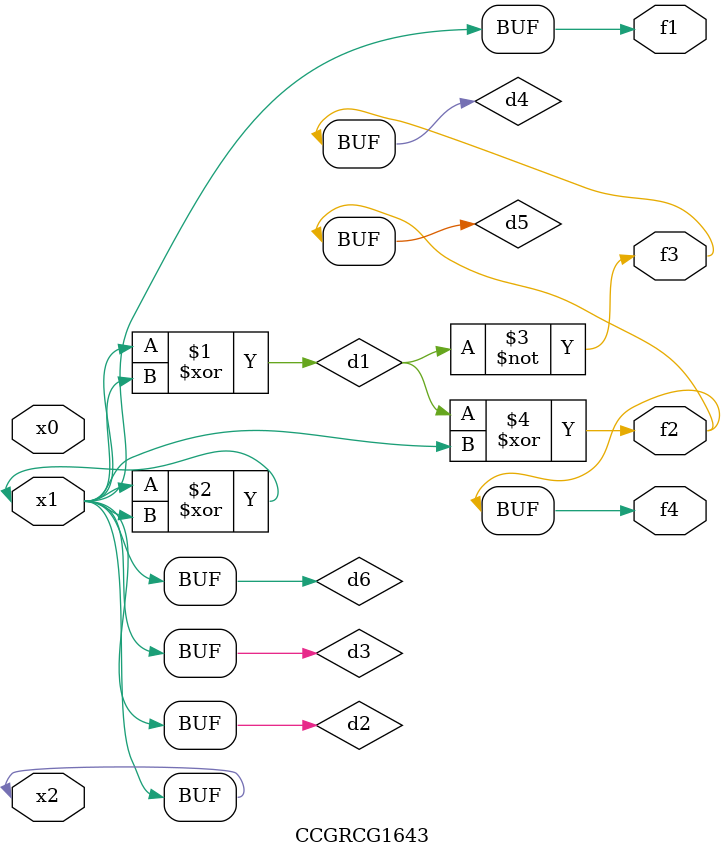
<source format=v>
module CCGRCG1643(
	input x0, x1, x2,
	output f1, f2, f3, f4
);

	wire d1, d2, d3, d4, d5, d6;

	xor (d1, x1, x2);
	buf (d2, x1, x2);
	xor (d3, x1, x2);
	nor (d4, d1);
	xor (d5, d1, d2);
	buf (d6, d2, d3);
	assign f1 = d6;
	assign f2 = d5;
	assign f3 = d4;
	assign f4 = d5;
endmodule

</source>
